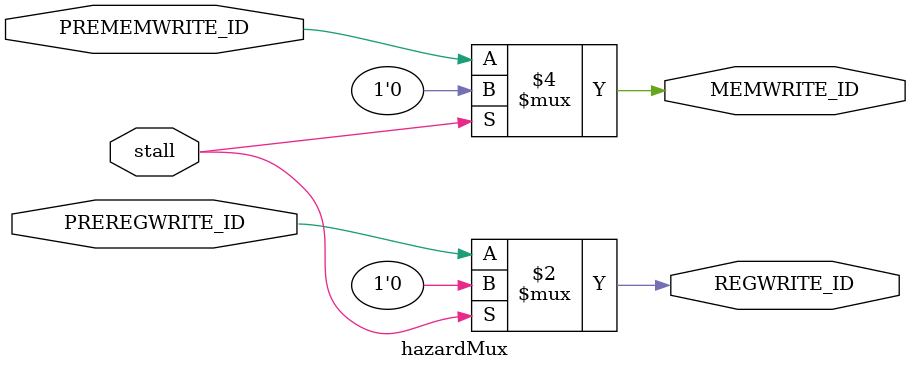
<source format=sv>
`timescale 1ns / 1ps


module hazardMux(
    input logic stall, PREREGWRITE_ID, PREMEMWRITE_ID,
    output logic REGWRITE_ID, MEMWRITE_ID
    );
    assign REGWRITE_ID = (stall == 1)? 1'b0: PREREGWRITE_ID; 
    assign MEMWRITE_ID = (stall == 1)? 1'b0: PREMEMWRITE_ID; 
endmodule

</source>
